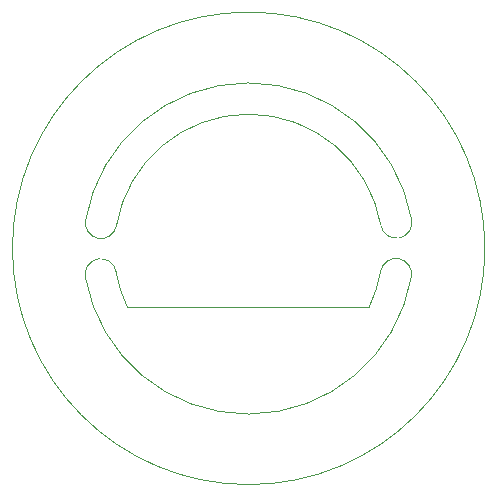
<source format=gbr>
G04 #@! TF.FileFunction,Profile,NP*
%FSLAX46Y46*%
G04 Gerber Fmt 4.6, Leading zero omitted, Abs format (unit mm)*
G04 Created by KiCad (PCBNEW (2015-04-10 BZR 5591)-product) date Sat 11 Apr 2015 12:57:23 AM CEST*
%MOMM*%
G01*
G04 APERTURE LIST*
%ADD10C,0.150000*%
%ADD11C,0.100000*%
G04 APERTURE END LIST*
D10*
D11*
X54711519Y-69933152D02*
G75*
G02X53762500Y-66937500I10250981J4895652D01*
G01*
X75225981Y-69920652D02*
G75*
G03X76175000Y-66925000I-10250981J4895652D01*
G01*
X54725000Y-69925000D02*
X75225000Y-69925000D01*
X77725000Y-65875000D02*
G75*
G03X76175000Y-66925000I-250000J-1300000D01*
G01*
X78775000Y-67425000D02*
G75*
G03X77725000Y-65875000I-1300000J250000D01*
G01*
X51186394Y-67489616D02*
G75*
G03X78775000Y-67425000I13788606J2464616D01*
G01*
X51175000Y-67450000D02*
G75*
G02X52225000Y-65900000I1300000J250000D01*
G01*
X52225000Y-65900000D02*
G75*
G02X53775000Y-66950000I250000J-1300000D01*
G01*
X85000000Y-65000000D02*
G75*
G03X85000000Y-65000000I-20000000J0D01*
G01*
X77750000Y-64125000D02*
G75*
G02X76200000Y-63075000I-250000J1300000D01*
G01*
X78800000Y-62575000D02*
G75*
G02X77750000Y-64125000I-1300000J-250000D01*
G01*
X76191818Y-63052382D02*
G75*
G03X53800000Y-63100000I-11191818J-1947618D01*
G01*
X78788606Y-62535384D02*
G75*
G03X51200000Y-62600000I-13788606J-2464616D01*
G01*
X51200000Y-62600000D02*
G75*
G03X52250000Y-64150000I1300000J-250000D01*
G01*
X52250000Y-64150000D02*
G75*
G03X53800000Y-63100000I250000J1300000D01*
G01*
M02*

</source>
